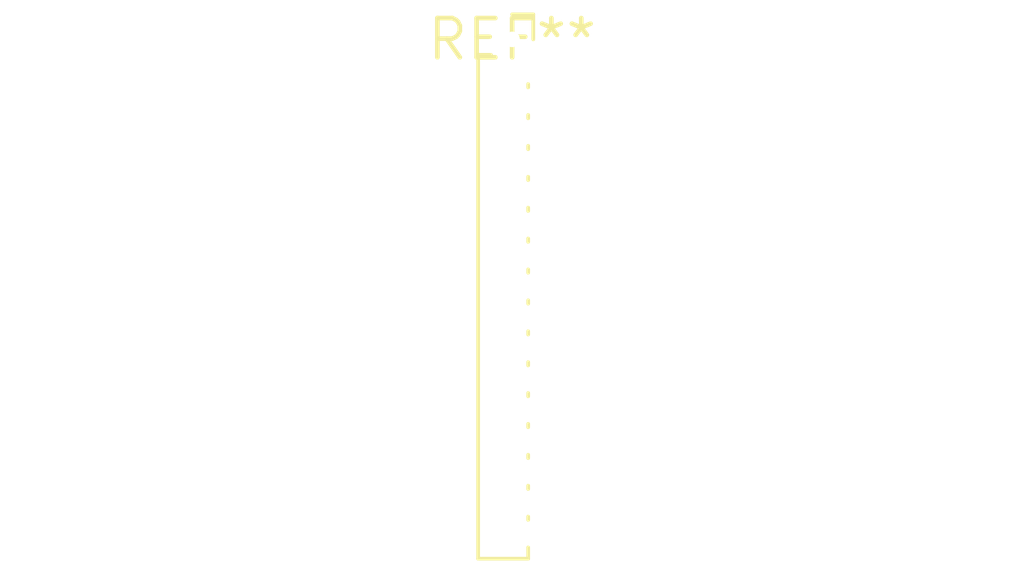
<source format=kicad_pcb>
(kicad_pcb (version 20240108) (generator pcbnew)
  (layers (0 "F.Cu" signal) (31 "B.Cu" signal) (34 "B.Paste" user) (35 "F.Paste" user) (36 "B.SilkS" user "B.Silkscreen") (37 "F.SilkS" user "F.Silkscreen") (38 "B.Mask" user) (39 "F.Mask" user) (44 "Edge.Cuts" user))
  (net 0 "")
  (footprint "PinSocket_1x17_P1.00mm_Vertical" (layer "F.Cu") (at 0 0)
    (property "Reference" "REF**")
    (property "Value" "PinSocket_1x17_P1.00mm_Vertical")
    (fp_line (start -1.1 0.5) (end -1.1 16.81) (layer "F.SilkS") (stroke (width 0.12)))
    (fp_line (start -1.1 0.5) (end -0.685 0.5) (layer "F.SilkS") (stroke (width 0.12)))
    (fp_line (start -1.1 16.81) (end 0.52 16.81) (layer "F.SilkS") (stroke (width 0.12)))
    (fp_line (start 0 -0.81) (end 0.685 -0.81) (layer "F.SilkS") (stroke (width 0.12)))
    (fp_line (start 0.52 1.445898) (end 0.52 1.554102) (layer "F.SilkS") (stroke (width 0.12)))
    (fp_line (start 0.52 2.445898) (end 0.52 2.554102) (layer "F.SilkS") (stroke (width 0.12)))
    (fp_line (start 0.52 3.445898) (end 0.52 3.554102) (layer "F.SilkS") (stroke (width 0.12)))
    (fp_line (start 0.52 4.445898) (end 0.52 4.554102) (layer "F.SilkS") (stroke (width 0.12)))
    (fp_line (start 0.52 5.445898) (end 0.52 5.554102) (layer "F.SilkS") (stroke (width 0.12)))
    (fp_line (start 0.52 6.445898) (end 0.52 6.554102) (layer "F.SilkS") (stroke (width 0.12)))
    (fp_line (start 0.52 7.445898) (end 0.52 7.554102) (layer "F.SilkS") (stroke (width 0.12)))
    (fp_line (start 0.52 8.445898) (end 0.52 8.554102) (layer "F.SilkS") (stroke (width 0.12)))
    (fp_line (start 0.52 9.445898) (end 0.52 9.554102) (layer "F.SilkS") (stroke (width 0.12)))
    (fp_line (start 0.52 10.445898) (end 0.52 10.554102) (layer "F.SilkS") (stroke (width 0.12)))
    (fp_line (start 0.52 11.445898) (end 0.52 11.554102) (layer "F.SilkS") (stroke (width 0.12)))
    (fp_line (start 0.52 12.445898) (end 0.52 12.554102) (layer "F.SilkS") (stroke (width 0.12)))
    (fp_line (start 0.52 13.445898) (end 0.52 13.554102) (layer "F.SilkS") (stroke (width 0.12)))
    (fp_line (start 0.52 14.445898) (end 0.52 14.554102) (layer "F.SilkS") (stroke (width 0.12)))
    (fp_line (start 0.52 15.445898) (end 0.52 15.554102) (layer "F.SilkS") (stroke (width 0.12)))
    (fp_line (start 0.52 16.445898) (end 0.52 16.81) (layer "F.SilkS") (stroke (width 0.12)))
    (fp_line (start 0.685 -0.81) (end 0.685 0) (layer "F.SilkS") (stroke (width 0.12)))
    (pad "1" thru_hole rect (at 0 0) (size 0.85 0.85) (drill 0.5) (layers *.Cu *.Mask) (remove_unused_layers))
    (pad "2" thru_hole oval (at 0 1) (size 0.85 0.85) (drill 0.5) (layers *.Cu *.Mask) (remove_unused_layers))
    (pad "3" thru_hole oval (at 0 2) (size 0.85 0.85) (drill 0.5) (layers *.Cu *.Mask) (remove_unused_layers))
    (pad "4" thru_hole oval (at 0 3) (size 0.85 0.85) (drill 0.5) (layers *.Cu *.Mask) (remove_unused_layers))
    (pad "5" thru_hole oval (at 0 4) (size 0.85 0.85) (drill 0.5) (layers *.Cu *.Mask) (remove_unused_layers))
    (pad "6" thru_hole oval (at 0 5) (size 0.85 0.85) (drill 0.5) (layers *.Cu *.Mask) (remove_unused_layers))
    (pad "7" thru_hole oval (at 0 6) (size 0.85 0.85) (drill 0.5) (layers *.Cu *.Mask) (remove_unused_layers))
    (pad "8" thru_hole oval (at 0 7) (size 0.85 0.85) (drill 0.5) (layers *.Cu *.Mask) (remove_unused_layers))
    (pad "9" thru_hole oval (at 0 8) (size 0.85 0.85) (drill 0.5) (layers *.Cu *.Mask) (remove_unused_layers))
    (pad "10" thru_hole oval (at 0 9) (size 0.85 0.85) (drill 0.5) (layers *.Cu *.Mask) (remove_unused_layers))
    (pad "11" thru_hole oval (at 0 10) (size 0.85 0.85) (drill 0.5) (layers *.Cu *.Mask) (remove_unused_layers))
    (pad "12" thru_hole oval (at 0 11) (size 0.85 0.85) (drill 0.5) (layers *.Cu *.Mask) (remove_unused_layers))
    (pad "13" thru_hole oval (at 0 12) (size 0.85 0.85) (drill 0.5) (layers *.Cu *.Mask) (remove_unused_layers))
    (pad "14" thru_hole oval (at 0 13) (size 0.85 0.85) (drill 0.5) (layers *.Cu *.Mask) (remove_unused_layers))
    (pad "15" thru_hole oval (at 0 14) (size 0.85 0.85) (drill 0.5) (layers *.Cu *.Mask) (remove_unused_layers))
    (pad "16" thru_hole oval (at 0 15) (size 0.85 0.85) (drill 0.5) (layers *.Cu *.Mask) (remove_unused_layers))
    (pad "17" thru_hole oval (at 0 16) (size 0.85 0.85) (drill 0.5) (layers *.Cu *.Mask) (remove_unused_layers))
  )
)
</source>
